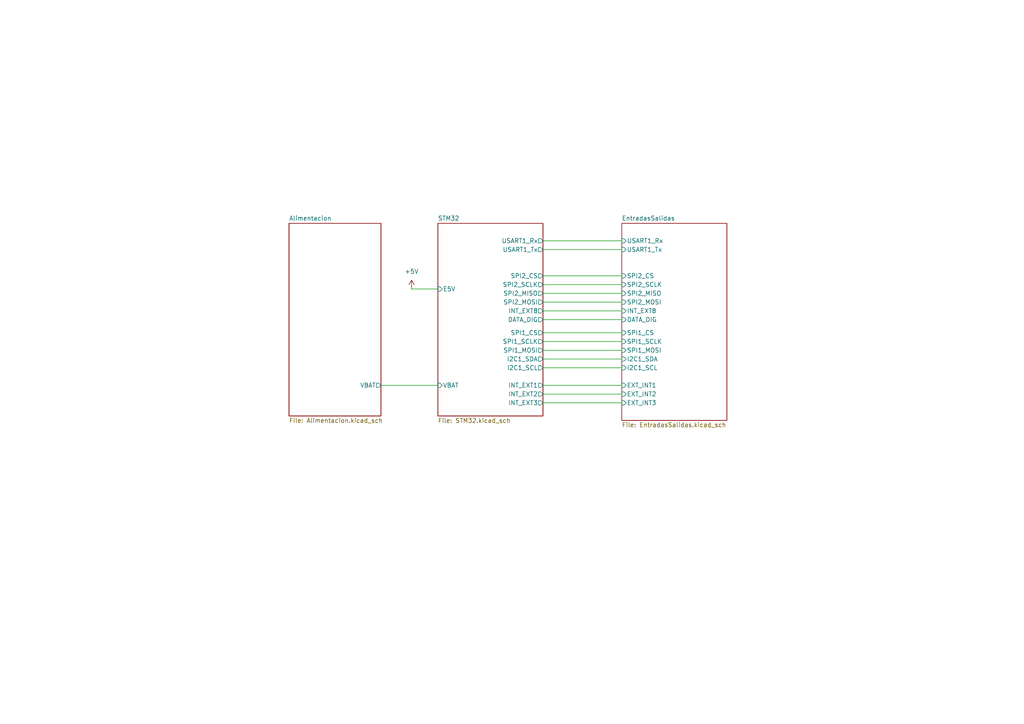
<source format=kicad_sch>
(kicad_sch (version 20211123) (generator eeschema)
  (paper "A4")
  (title_block (title "Proyecto TD2") (date "2022-10-21") (rev "v1.0") (company "UTN - FRBA") (comment 1 "Grupo 2") (comment 2 "Integrantes: Cristian Torres, Jonathan Yujra, Ovidio Argani"))
  (lib_symbols
    (symbol "power:+5V" (power) (pin_names (offset 0))
      (property "Value" "+5V" (at 0 3.556 0))
      (symbol "+5V_0_1"
        (polyline (pts (xy -0.762 1.27) (xy 0 2.54)))
        (polyline (pts (xy 0 0) (xy 0 2.54)))
        (polyline (pts (xy 0 2.54) (xy 0.762 1.27)))
      )
      (symbol "+5V_1_1"
        (pin power_in line (at 0 0 90) (length 0) hide (name "+5V") (number "1"))
      )
    )
  )
  (wire (pts (xy 157.48 101.6) (xy 180.34 101.6)))
  (wire (pts (xy 157.48 104.14) (xy 180.34 104.14)))
  (wire (pts (xy 157.48 87.63) (xy 180.34 87.63)))
  (wire (pts (xy 157.48 82.55) (xy 180.34 82.55)))
  (wire (pts (xy 157.48 116.84) (xy 180.34 116.84)))
  (wire (pts (xy 110.49 111.76) (xy 127 111.76)))
  (wire (pts (xy 157.48 90.17) (xy 180.34 90.17)))
  (wire (pts (xy 157.48 92.71) (xy 180.34 92.71)))
  (wire (pts (xy 157.48 72.39) (xy 180.34 72.39)))
  (wire (pts (xy 157.48 114.3) (xy 180.34 114.3)))
  (wire (pts (xy 119.38 83.82) (xy 127 83.82)))
  (wire (pts (xy 157.48 80.01) (xy 180.34 80.01)))
  (wire (pts (xy 157.48 111.76) (xy 180.34 111.76)))
  (wire (pts (xy 157.48 85.09) (xy 180.34 85.09)))
  (wire (pts (xy 157.48 96.52) (xy 180.34 96.52)))
  (wire (pts (xy 157.48 69.85) (xy 180.34 69.85)))
  (wire (pts (xy 157.48 99.06) (xy 180.34 99.06)))
  (wire (pts (xy 157.48 106.68) (xy 180.34 106.68)))
  (symbol (lib_id "power:+5V") (at 119.38 83.82 0) (unit 1)
    (property "Reference" "#PWR0107" (effects hide))
    (property "Value" "+5V" (at 119.38 78.74 0))
  )
  (sheet (at 127 64.77) (size 30.48 55.88) (stroke (width 0.1524))
    (property "Sheet name" "STM32" (at 127 64.0584 0) (effects (justify left bottom)))
    (property "Sheet file" "STM32.kicad_sch" (at 127 121.2346 0) (effects (justify left top)))
    (pin "E5V" input (at 127 83.82 180))
    (pin "SPI1_MOSI" output (at 157.48 101.6 0))
    (pin "I2C1_SDA" output (at 157.48 104.14 0))
    (pin "SPI1_SCLK" output (at 157.48 99.06 0))
    (pin "I2C1_SCL" output (at 157.48 106.68 0))
    (pin "SPI2_SCLK" output (at 157.48 82.55 0))
    (pin "SPI2_MOSI" output (at 157.48 87.63 0))
    (pin "SPI2_CS" output (at 157.48 80.01 0))
    (pin "INT_EXT8" output (at 157.48 90.17 0))
    (pin "USART1_Rx" output (at 157.48 69.85 0))
    (pin "USART1_Tx" output (at 157.48 72.39 0))
    (pin "DATA_DIG" output (at 157.48 92.71 0))
    (pin "SPI2_MISO" output (at 157.48 85.09 0))
    (pin "VBAT" input (at 127 111.76 180))
    (pin "SPI1_CS" output (at 157.48 96.52 0))
    (pin "INT_EXT1" output (at 157.48 111.76 0))
    (pin "INT_EXT2" output (at 157.48 114.3 0))
    (pin "INT_EXT3" output (at 157.48 116.84 0))
  )
  (sheet (at 83.82 64.77) (size 26.67 55.88) (stroke (width 0.1524))
    (property "Sheet name" "Alimentacion" (at 83.82 64.0584 0) (effects (justify left bottom)))
    (property "Sheet file" "Alimentacion.kicad_sch" (at 83.82 121.2346 0) (effects (justify left top)))
    (pin "VBAT" output (at 110.49 111.76 0))
  )
  (sheet (at 180.34 64.77) (size 30.48 57.15) (stroke (width 0.1524))
    (property "Sheet name" "EntradasSalidas" (at 180.34 64.0584 0) (effects (justify left bottom)))
    (property "Sheet file" "EntradasSalidas.kicad_sch" (at 180.34 122.5046 0) (effects (justify left top)))
    (pin "SPI1_MOSI" input (at 180.34 101.6 180))
    (pin "SPI1_SCLK" input (at 180.34 99.06 180))
    (pin "I2C1_SCL" input (at 180.34 106.68 180))
    (pin "I2C1_SDA" input (at 180.34 104.14 180))
    (pin "USART1_Tx" input (at 180.34 72.39 180))
    (pin "USART1_Rx" input (at 180.34 69.85 180))
    (pin "SPI2_SCLK" input (at 180.34 82.55 180))
    (pin "SPI2_MOSI" input (at 180.34 87.63 180))
    (pin "SPI2_CS" input (at 180.34 80.01 180))
    (pin "INT_EXT8" input (at 180.34 90.17 180))
    (pin "SPI2_MISO" input (at 180.34 85.09 180))
    (pin "DATA_DIG" input (at 180.34 92.71 180))
    (pin "SPI1_CS" input (at 180.34 96.52 180))
    (pin "EXT_INT1" input (at 180.34 111.76 180))
    (pin "EXT_INT2" input (at 180.34 114.3 180))
    (pin "EXT_INT3" input (at 180.34 116.84 180))
  )
)
</source>
